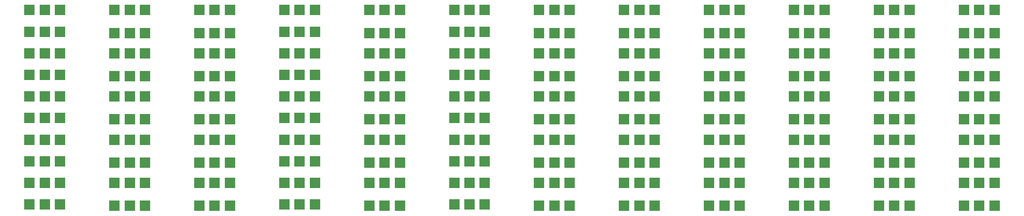
<source format=gbr>
G04 #@! TF.GenerationSoftware,KiCad,Pcbnew,(5.1.0-0)*
G04 #@! TF.CreationDate,2019-04-23T10:55:05-07:00*
G04 #@! TF.ProjectId,TestPanel2,54657374-5061-46e6-956c-322e6b696361,rev?*
G04 #@! TF.SameCoordinates,Original*
G04 #@! TF.FileFunction,Paste,Bot*
G04 #@! TF.FilePolarity,Positive*
%FSLAX46Y46*%
G04 Gerber Fmt 4.6, Leading zero omitted, Abs format (unit mm)*
G04 Created by KiCad (PCBNEW (5.1.0-0)) date 2019-04-23 10:55:05*
%MOMM*%
%LPD*%
G04 APERTURE LIST*
%ADD10R,2.000000X2.000000*%
G04 APERTURE END LIST*
D10*
X268057182Y-106365000D03*
X265057182Y-106365000D03*
X271057182Y-106365000D03*
X84723922Y-110615000D03*
X87723922Y-110615000D03*
X81723922Y-110615000D03*
X218057202Y-106365000D03*
X215057202Y-106365000D03*
X221057202Y-106365000D03*
X201390542Y-110865000D03*
X204390542Y-110865000D03*
X198390542Y-110865000D03*
X218057202Y-110865000D03*
X221057202Y-110865000D03*
X215057202Y-110865000D03*
X201390542Y-106365000D03*
X198390542Y-106365000D03*
X204390542Y-106365000D03*
X84723922Y-106365000D03*
X81723922Y-106365000D03*
X87723922Y-106365000D03*
X101390582Y-110865000D03*
X104390582Y-110865000D03*
X98390582Y-110865000D03*
X101390582Y-106365000D03*
X98390582Y-106365000D03*
X104390582Y-106365000D03*
X151390562Y-110865000D03*
X154390562Y-110865000D03*
X148390562Y-110865000D03*
X118057242Y-110865000D03*
X121057242Y-110865000D03*
X115057242Y-110865000D03*
X134723902Y-106365000D03*
X131723902Y-106365000D03*
X137723902Y-106365000D03*
X134723902Y-110615000D03*
X137723902Y-110615000D03*
X131723902Y-110615000D03*
X118057242Y-106365000D03*
X115057242Y-106365000D03*
X121057242Y-106365000D03*
X151390562Y-106365000D03*
X148390562Y-106365000D03*
X154390562Y-106365000D03*
X184723882Y-110865000D03*
X187723882Y-110865000D03*
X181723882Y-110865000D03*
X234723862Y-110865000D03*
X237723862Y-110865000D03*
X231723862Y-110865000D03*
X234723862Y-106365000D03*
X231723862Y-106365000D03*
X237723862Y-106365000D03*
X184723882Y-106365000D03*
X181723882Y-106365000D03*
X187723882Y-106365000D03*
X168057222Y-110615000D03*
X171057222Y-110615000D03*
X165057222Y-110615000D03*
X251390522Y-106365000D03*
X248390522Y-106365000D03*
X254390522Y-106365000D03*
X251390522Y-110865000D03*
X254390522Y-110865000D03*
X248390522Y-110865000D03*
X168057222Y-106365000D03*
X165057222Y-106365000D03*
X171057222Y-106365000D03*
X268057182Y-110865000D03*
X271057182Y-110865000D03*
X265057182Y-110865000D03*
X268057182Y-72365000D03*
X265057182Y-72365000D03*
X271057182Y-72365000D03*
X84723922Y-76615000D03*
X87723922Y-76615000D03*
X81723922Y-76615000D03*
X218057202Y-72365000D03*
X215057202Y-72365000D03*
X221057202Y-72365000D03*
X201390542Y-76865000D03*
X204390542Y-76865000D03*
X198390542Y-76865000D03*
X218057202Y-76865000D03*
X221057202Y-76865000D03*
X215057202Y-76865000D03*
X201390542Y-72365000D03*
X198390542Y-72365000D03*
X204390542Y-72365000D03*
X84723922Y-72365000D03*
X81723922Y-72365000D03*
X87723922Y-72365000D03*
X101390582Y-76865000D03*
X104390582Y-76865000D03*
X98390582Y-76865000D03*
X101390582Y-72365000D03*
X98390582Y-72365000D03*
X104390582Y-72365000D03*
X151390562Y-76865000D03*
X154390562Y-76865000D03*
X148390562Y-76865000D03*
X118057242Y-76865000D03*
X121057242Y-76865000D03*
X115057242Y-76865000D03*
X134723902Y-72365000D03*
X131723902Y-72365000D03*
X137723902Y-72365000D03*
X134723902Y-76615000D03*
X137723902Y-76615000D03*
X131723902Y-76615000D03*
X118057242Y-72365000D03*
X115057242Y-72365000D03*
X121057242Y-72365000D03*
X151390562Y-72365000D03*
X148390562Y-72365000D03*
X154390562Y-72365000D03*
X184723882Y-76865000D03*
X187723882Y-76865000D03*
X181723882Y-76865000D03*
X234723862Y-76865000D03*
X237723862Y-76865000D03*
X231723862Y-76865000D03*
X234723862Y-72365000D03*
X231723862Y-72365000D03*
X237723862Y-72365000D03*
X184723882Y-72365000D03*
X181723882Y-72365000D03*
X187723882Y-72365000D03*
X168057222Y-76615000D03*
X171057222Y-76615000D03*
X165057222Y-76615000D03*
X251390522Y-72365000D03*
X248390522Y-72365000D03*
X254390522Y-72365000D03*
X251390522Y-76865000D03*
X254390522Y-76865000D03*
X248390522Y-76865000D03*
X168057222Y-72365000D03*
X165057222Y-72365000D03*
X171057222Y-72365000D03*
X268057182Y-76865000D03*
X271057182Y-76865000D03*
X265057182Y-76865000D03*
X268057182Y-97865000D03*
X265057182Y-97865000D03*
X271057182Y-97865000D03*
X84723922Y-102115000D03*
X87723922Y-102115000D03*
X81723922Y-102115000D03*
X218057202Y-97865000D03*
X215057202Y-97865000D03*
X221057202Y-97865000D03*
X201390542Y-102365000D03*
X204390542Y-102365000D03*
X198390542Y-102365000D03*
X218057202Y-102365000D03*
X221057202Y-102365000D03*
X215057202Y-102365000D03*
X201390542Y-97865000D03*
X198390542Y-97865000D03*
X204390542Y-97865000D03*
X84723922Y-97865000D03*
X81723922Y-97865000D03*
X87723922Y-97865000D03*
X101390582Y-102365000D03*
X104390582Y-102365000D03*
X98390582Y-102365000D03*
X101390582Y-97865000D03*
X98390582Y-97865000D03*
X104390582Y-97865000D03*
X151390562Y-102365000D03*
X154390562Y-102365000D03*
X148390562Y-102365000D03*
X118057242Y-102365000D03*
X121057242Y-102365000D03*
X115057242Y-102365000D03*
X134723902Y-97865000D03*
X131723902Y-97865000D03*
X137723902Y-97865000D03*
X134723902Y-102115000D03*
X137723902Y-102115000D03*
X131723902Y-102115000D03*
X118057242Y-97865000D03*
X115057242Y-97865000D03*
X121057242Y-97865000D03*
X151390562Y-97865000D03*
X148390562Y-97865000D03*
X154390562Y-97865000D03*
X184723882Y-102365000D03*
X187723882Y-102365000D03*
X181723882Y-102365000D03*
X234723862Y-102365000D03*
X237723862Y-102365000D03*
X231723862Y-102365000D03*
X234723862Y-97865000D03*
X231723862Y-97865000D03*
X237723862Y-97865000D03*
X184723882Y-97865000D03*
X181723882Y-97865000D03*
X187723882Y-97865000D03*
X168057222Y-102115000D03*
X171057222Y-102115000D03*
X165057222Y-102115000D03*
X251390522Y-97865000D03*
X248390522Y-97865000D03*
X254390522Y-97865000D03*
X251390522Y-102365000D03*
X254390522Y-102365000D03*
X248390522Y-102365000D03*
X168057222Y-97865000D03*
X165057222Y-97865000D03*
X171057222Y-97865000D03*
X268057182Y-102365000D03*
X271057182Y-102365000D03*
X265057182Y-102365000D03*
X268057182Y-89365000D03*
X265057182Y-89365000D03*
X271057182Y-89365000D03*
X84723922Y-93615000D03*
X87723922Y-93615000D03*
X81723922Y-93615000D03*
X218057202Y-89365000D03*
X215057202Y-89365000D03*
X221057202Y-89365000D03*
X201390542Y-93865000D03*
X204390542Y-93865000D03*
X198390542Y-93865000D03*
X218057202Y-93865000D03*
X221057202Y-93865000D03*
X215057202Y-93865000D03*
X201390542Y-89365000D03*
X198390542Y-89365000D03*
X204390542Y-89365000D03*
X84723922Y-89365000D03*
X81723922Y-89365000D03*
X87723922Y-89365000D03*
X101390582Y-93865000D03*
X104390582Y-93865000D03*
X98390582Y-93865000D03*
X101390582Y-89365000D03*
X98390582Y-89365000D03*
X104390582Y-89365000D03*
X151390562Y-93865000D03*
X154390562Y-93865000D03*
X148390562Y-93865000D03*
X118057242Y-93865000D03*
X121057242Y-93865000D03*
X115057242Y-93865000D03*
X134723902Y-89365000D03*
X131723902Y-89365000D03*
X137723902Y-89365000D03*
X134723902Y-93615000D03*
X137723902Y-93615000D03*
X131723902Y-93615000D03*
X118057242Y-89365000D03*
X115057242Y-89365000D03*
X121057242Y-89365000D03*
X151390562Y-89365000D03*
X148390562Y-89365000D03*
X154390562Y-89365000D03*
X184723882Y-93865000D03*
X187723882Y-93865000D03*
X181723882Y-93865000D03*
X234723862Y-93865000D03*
X237723862Y-93865000D03*
X231723862Y-93865000D03*
X234723862Y-89365000D03*
X231723862Y-89365000D03*
X237723862Y-89365000D03*
X184723882Y-89365000D03*
X181723882Y-89365000D03*
X187723882Y-89365000D03*
X168057222Y-93615000D03*
X171057222Y-93615000D03*
X165057222Y-93615000D03*
X251390522Y-89365000D03*
X248390522Y-89365000D03*
X254390522Y-89365000D03*
X251390522Y-93865000D03*
X254390522Y-93865000D03*
X248390522Y-93865000D03*
X168057222Y-89365000D03*
X165057222Y-89365000D03*
X171057222Y-89365000D03*
X268057182Y-93865000D03*
X271057182Y-93865000D03*
X265057182Y-93865000D03*
X268057182Y-80865000D03*
X265057182Y-80865000D03*
X271057182Y-80865000D03*
X84723922Y-85115000D03*
X87723922Y-85115000D03*
X81723922Y-85115000D03*
X218057202Y-80865000D03*
X215057202Y-80865000D03*
X221057202Y-80865000D03*
X201390542Y-85365000D03*
X204390542Y-85365000D03*
X198390542Y-85365000D03*
X218057202Y-85365000D03*
X221057202Y-85365000D03*
X215057202Y-85365000D03*
X201390542Y-80865000D03*
X198390542Y-80865000D03*
X204390542Y-80865000D03*
X84723922Y-80865000D03*
X81723922Y-80865000D03*
X87723922Y-80865000D03*
X101390582Y-85365000D03*
X104390582Y-85365000D03*
X98390582Y-85365000D03*
X101390582Y-80865000D03*
X98390582Y-80865000D03*
X104390582Y-80865000D03*
X151390562Y-85365000D03*
X154390562Y-85365000D03*
X148390562Y-85365000D03*
X118057242Y-85365000D03*
X121057242Y-85365000D03*
X115057242Y-85365000D03*
X134723902Y-80865000D03*
X131723902Y-80865000D03*
X137723902Y-80865000D03*
X134723902Y-85115000D03*
X137723902Y-85115000D03*
X131723902Y-85115000D03*
X118057242Y-80865000D03*
X115057242Y-80865000D03*
X121057242Y-80865000D03*
X151390562Y-80865000D03*
X148390562Y-80865000D03*
X154390562Y-80865000D03*
X184723882Y-85365000D03*
X187723882Y-85365000D03*
X181723882Y-85365000D03*
X234723862Y-85365000D03*
X237723862Y-85365000D03*
X231723862Y-85365000D03*
X234723862Y-80865000D03*
X231723862Y-80865000D03*
X237723862Y-80865000D03*
X184723882Y-80865000D03*
X181723882Y-80865000D03*
X187723882Y-80865000D03*
X168057222Y-85115000D03*
X171057222Y-85115000D03*
X165057222Y-85115000D03*
X251390522Y-80865000D03*
X248390522Y-80865000D03*
X254390522Y-80865000D03*
X251390522Y-85365000D03*
X254390522Y-85365000D03*
X248390522Y-85365000D03*
X168057222Y-80865000D03*
X165057222Y-80865000D03*
X171057222Y-80865000D03*
X268057182Y-85365000D03*
X271057182Y-85365000D03*
X265057182Y-85365000D03*
M02*

</source>
